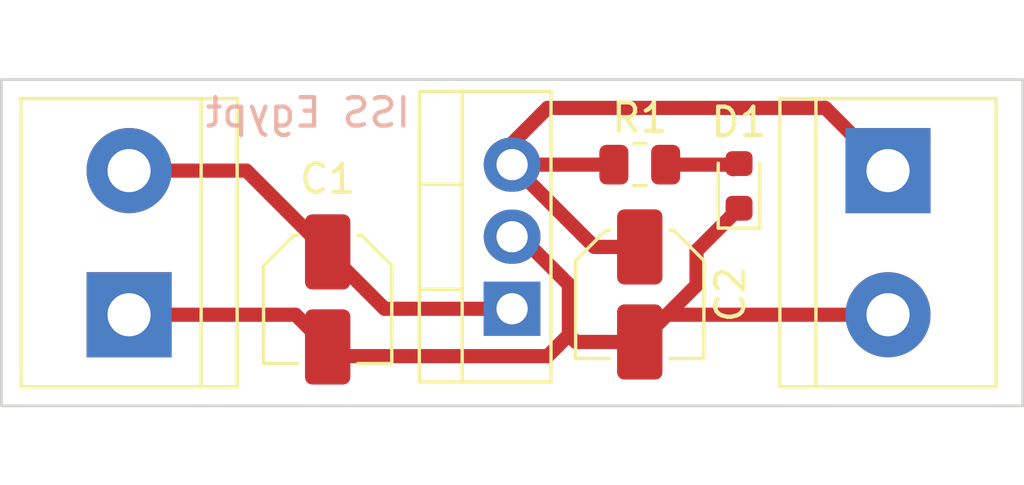
<source format=kicad_pcb>
(kicad_pcb (version 20221018) (generator pcbnew)
  (layers (0 "F.Cu" signal) (31 "B.Cu" signal) (34 "B.Paste" user) (35 "F.Paste" user) (36 "B.SilkS" user "B.Silkscreen") (37 "F.SilkS" user "F.Silkscreen") (38 "B.Mask" user) (39 "F.Mask" user) (44 "Edge.Cuts" user))
  (net 0 "")
  (net 1 "VCC")
  (net 2 "GND")
  (net 3 "+5V")
  (net 4 "Net-(D1-A)")
  (footprint "Capacitor_SMD:C_Elec_4x5.4" (layer "F.Cu") (at 143.75 104.325 -90)
    (fp_text reference "C2" (at 0 -3.2 90) (layer "F.SilkS"))
    (fp_text value "0.33uF")
    (fp_line (start -2.26 -1.195563) (end -2.26 -1.06) (stroke (width 0.12)) (layer "F.SilkS"))
    (fp_line (start -2.26 -1.195563) (end -1.195563 -2.26) (stroke (width 0.12)) (layer "F.SilkS"))
    (fp_line (start -2.26 1.195563) (end -2.26 1.06) (stroke (width 0.12)) (layer "F.SilkS"))
    (fp_line (start -2.26 1.195563) (end -1.195563 2.26) (stroke (width 0.12)) (layer "F.SilkS"))
    (fp_line (start -1.195563 -2.26) (end 2.26 -2.26) (stroke (width 0.12)) (layer "F.SilkS"))
    (fp_line (start -1.195563 2.26) (end 2.26 2.26) (stroke (width 0.12)) (layer "F.SilkS"))
    (fp_line (start 2.26 -2.26) (end 2.26 -1.06) (stroke (width 0.12)) (layer "F.SilkS"))
    (fp_line (start 2.26 2.26) (end 2.26 1.06) (stroke (width 0.12)) (layer "F.SilkS"))
    (pad "1" smd roundrect (at -1.675 0 270) (size 2.65 1.6) (layers "F.Cu" "F.Paste" "F.Mask") (roundrect_rratio 0.15625) (net 3 "+5V"))
    (pad "2" smd roundrect (at 1.675 0 270) (size 2.65 1.6) (layers "F.Cu" "F.Paste" "F.Mask") (roundrect_rratio 0.15625) (net 2 "GND"))
  )
  (footprint "TerminalBlock:TerminalBlock_bornier-2_P5.08mm" (layer "F.Cu") (at 152.5 99.96 -90)
    (fp_text reference "J2")
    (fp_text value "Screw_Terminal_01x02")
    (fp_line (start -2.54 -3.81) (end -2.54 3.81) (stroke (width 0.12)) (layer "F.SilkS"))
    (fp_line (start -2.54 3.81) (end 7.62 3.81) (stroke (width 0.12)) (layer "F.SilkS"))
    (fp_line (start 7.62 -3.81) (end -2.54 -3.81) (stroke (width 0.12)) (layer "F.SilkS"))
    (fp_line (start 7.62 2.54) (end -2.54 2.54) (stroke (width 0.12)) (layer "F.SilkS"))
    (fp_line (start 7.62 3.81) (end 7.62 -3.81) (stroke (width 0.12)) (layer "F.SilkS"))
    (pad "1" thru_hole rect (at 0 0 270) (size 3 3) (drill 1.52) (layers "*.Cu" "*.Mask") (net 3 "+5V"))
    (pad "2" thru_hole circle (at 5.08 0 270) (size 3 3) (drill 1.52) (layers "*.Cu" "*.Mask") (net 2 "GND"))
  )
  (footprint "TerminalBlock:TerminalBlock_bornier-2_P5.08mm" (layer "F.Cu") (at 125.75 105.04 90)
    (fp_text reference "J1")
    (fp_text value "Screw_Terminal_01x02")
    (fp_line (start -2.54 -3.81) (end -2.54 3.81) (stroke (width 0.12)) (layer "F.SilkS"))
    (fp_line (start -2.54 3.81) (end 7.62 3.81) (stroke (width 0.12)) (layer "F.SilkS"))
    (fp_line (start 7.62 -3.81) (end -2.54 -3.81) (stroke (width 0.12)) (layer "F.SilkS"))
    (fp_line (start 7.62 2.54) (end -2.54 2.54) (stroke (width 0.12)) (layer "F.SilkS"))
    (fp_line (start 7.62 3.81) (end 7.62 -3.81) (stroke (width 0.12)) (layer "F.SilkS"))
    (pad "1" thru_hole rect (at 0 0 90) (size 3 3) (drill 1.52) (layers "*.Cu" "*.Mask") (net 2 "GND"))
    (pad "2" thru_hole circle (at 5.08 0 90) (size 3 3) (drill 1.52) (layers "*.Cu" "*.Mask") (net 1 "VCC"))
  )
  (footprint "Resistor_SMD:R_0805_2012Metric" (layer "F.Cu") (at 143.75 99.75)
    (fp_text reference "R1" (at 0 -1.65) (layer "F.SilkS"))
    (fp_text value "330")
    (fp_line (start -0.227064 -0.735) (end 0.227064 -0.735) (stroke (width 0.12)) (layer "F.SilkS"))
    (fp_line (start -0.227064 0.735) (end 0.227064 0.735) (stroke (width 0.12)) (layer "F.SilkS"))
    (pad "1" smd roundrect (at -0.9125 0) (size 1.025 1.4) (layers "F.Cu" "F.Paste" "F.Mask") (roundrect_rratio 0.243902) (net 3 "+5V"))
    (pad "2" smd roundrect (at 0.9125 0) (size 1.025 1.4) (layers "F.Cu" "F.Paste" "F.Mask") (roundrect_rratio 0.243902) (net 4 "Net-(D1-A)"))
  )
  (footprint "Package_TO_SOT_THT:TO-220-3_Vertical" (layer "F.Cu") (at 139.25 104.83 90)
    (fp_text reference "U1")
    (fp_text value "LM7805_TO220")
    (fp_line (start -2.58 -3.27) (end -2.58 1.371) (stroke (width 0.12)) (layer "F.SilkS"))
    (fp_line (start -2.58 -3.27) (end 7.66 -3.27) (stroke (width 0.12)) (layer "F.SilkS"))
    (fp_line (start -2.58 -1.76) (end 7.66 -1.76) (stroke (width 0.12)) (layer "F.SilkS"))
    (fp_line (start -2.58 1.371) (end 7.66 1.371) (stroke (width 0.12)) (layer "F.SilkS"))
    (fp_line (start 0.69 -3.27) (end 0.69 -1.76) (stroke (width 0.12)) (layer "F.SilkS"))
    (fp_line (start 4.391 -3.27) (end 4.391 -1.76) (stroke (width 0.12)) (layer "F.SilkS"))
    (fp_line (start 7.66 -3.27) (end 7.66 1.371) (stroke (width 0.12)) (layer "F.SilkS"))
    (pad "1" thru_hole rect (at 0 0 90) (size 1.905 2) (drill 1.1) (layers "*.Cu" "*.Mask") (net 1 "VCC"))
    (pad "2" thru_hole oval (at 2.54 0 90) (size 1.905 2) (drill 1.1) (layers "*.Cu" "*.Mask") (net 2 "GND"))
    (pad "3" thru_hole oval (at 5.08 0 90) (size 1.905 2) (drill 1.1) (layers "*.Cu" "*.Mask") (net 3 "+5V"))
  )
  (footprint "LED_SMD:LED_0603_1608Metric" (layer "F.Cu") (at 147.25 100.5 90)
    (fp_text reference "D1" (at 2.25 0 180) (layer "F.SilkS"))
    (fp_text value "LED")
    (fp_line (start -1.485 -0.735) (end -1.485 0.735) (stroke (width 0.12)) (layer "F.SilkS"))
    (fp_line (start -1.485 0.735) (end 0.8 0.735) (stroke (width 0.12)) (layer "F.SilkS"))
    (fp_line (start 0.8 -0.735) (end -1.485 -0.735) (stroke (width 0.12)) (layer "F.SilkS"))
    (pad "1" smd roundrect (at -0.7875 0 90) (size 0.875 0.95) (layers "F.Cu" "F.Paste" "F.Mask") (net 2 "GND"))
    (pad "2" smd roundrect (at 0.7875 0 90) (size 0.875 0.95) (layers "F.Cu" "F.Paste" "F.Mask") (net 4 "Net-(D1-A)"))
  )
  (footprint "Capacitor_SMD:C_Elec_4x5.4" (layer "F.Cu") (at 132.75 104.5 -90)
    (fp_text reference "C1" (at -4.25 0 -180) (layer "F.SilkS"))
    (fp_text value "0.33uF")
    (fp_line (start -2.26 -1.195563) (end -2.26 -1.06) (stroke (width 0.12)) (layer "F.SilkS"))
    (fp_line (start -2.26 -1.195563) (end -1.195563 -2.26) (stroke (width 0.12)) (layer "F.SilkS"))
    (fp_line (start -2.26 1.195563) (end -2.26 1.06) (stroke (width 0.12)) (layer "F.SilkS"))
    (fp_line (start -2.26 1.195563) (end -1.195563 2.26) (stroke (width 0.12)) (layer "F.SilkS"))
    (fp_line (start -1.195563 -2.26) (end 2.26 -2.26) (stroke (width 0.12)) (layer "F.SilkS"))
    (fp_line (start -1.195563 2.26) (end 2.26 2.26) (stroke (width 0.12)) (layer "F.SilkS"))
    (fp_line (start 2.26 -2.26) (end 2.26 -1.06) (stroke (width 0.12)) (layer "F.SilkS"))
    (fp_line (start 2.26 2.26) (end 2.26 1.06) (stroke (width 0.12)) (layer "F.SilkS"))
    (pad "1" smd roundrect (at -1.675 0 270) (size 2.65 1.6) (layers "F.Cu" "F.Paste" "F.Mask") (roundrect_rratio 0.15625) (net 1 "VCC"))
    (pad "2" smd roundrect (at 1.675 0 270) (size 2.65 1.6) (layers "F.Cu" "F.Paste" "F.Mask") (roundrect_rratio 0.15625) (net 2 "GND"))
  )
  (gr_line (start 121.25 108.25) (end 157.25 108.25) (stroke (width 0.1)) (layer "Edge.Cuts"))
  (gr_line (start 121.25 96.75) (end 121.25 108.25) (stroke (width 0.1)) (layer "Edge.Cuts"))
  (gr_line (start 157.25 96.75) (end 121.25 96.75) (stroke (width 0.1)) (layer "Edge.Cuts"))
  (gr_line (start 157.25 108.25) (end 157.25 96.75) (stroke (width 0.1)) (layer "Edge.Cuts"))
  (gr_text "ISS Egypt" (at 135.75 98.5) (layer "B.SilkS") (effects (font (size 1 1)) (justify left bottom mirror)))
  (segment (start 125.75 99.96) (end 129.885 99.96) (width 0.5) (layer "F.Cu") (net 1))
  (segment (start 132.75 102.825) (end 134.755 104.83) (width 0.5) (layer "F.Cu") (net 1))
  (segment (start 129.885 99.96) (end 132.75 102.825) (width 0.5) (layer "F.Cu") (net 1))
  (segment (start 134.755 104.83) (end 139.25 104.83) (width 0.5) (layer "F.Cu") (net 1))
  (segment (start 143.75 106) (end 144.71 105.04) (width 0.5) (layer "F.Cu") (net 2))
  (segment (start 140.5 106.5) (end 141.25 105.75) (width 0.5) (layer "F.Cu") (net 2))
  (segment (start 145.75 102.7875) (end 147.25 101.2875) (width 0.5) (layer "F.Cu") (net 2))
  (segment (start 125.75 105.04) (end 131.615 105.04) (width 0.5) (layer "F.Cu") (net 2))
  (segment (start 144.71 105.04) (end 152.5 105.04) (width 0.5) (layer "F.Cu") (net 2))
  (segment (start 141.25 103.9775) (end 139.5625 102.29) (width 0.5) (layer "F.Cu") (net 2))
  (segment (start 143.75 106) (end 145.75 104) (width 0.5) (layer "F.Cu") (net 2))
  (segment (start 139.5625 102.29) (end 139.25 102.29) (width 0.5) (layer "F.Cu") (net 2))
  (segment (start 145.75 104) (end 145.75 102.7875) (width 0.5) (layer "F.Cu") (net 2))
  (segment (start 141.25 105.75) (end 141.25 103.9775) (width 0.5) (layer "F.Cu") (net 2))
  (segment (start 132.75 106.175) (end 133.075 106.5) (width 0.5) (layer "F.Cu") (net 2))
  (segment (start 131.615 105.04) (end 132.75 106.175) (width 0.5) (layer "F.Cu") (net 2))
  (segment (start 133.075 106.5) (end 140.5 106.5) (width 0.5) (layer "F.Cu") (net 2))
  (segment (start 143.75 106) (end 141.5 106) (width 0.5) (layer "F.Cu") (net 2))
  (segment (start 141.5 106) (end 141.25 105.75) (width 0.5) (layer "F.Cu") (net 2))
  (segment (start 150.29 97.75) (end 152.5 99.96) (width 0.5) (layer "F.Cu") (net 3))
  (segment (start 143.75 102.65) (end 142.15 102.65) (width 0.5) (layer "F.Cu") (net 3))
  (segment (start 140.5 97.75) (end 150.29 97.75) (width 0.5) (layer "F.Cu") (net 3))
  (segment (start 139.25 99.75) (end 142.8375 99.75) (width 0.5) (layer "F.Cu") (net 3))
  (segment (start 139.25 99) (end 140.5 97.75) (width 0.5) (layer "F.Cu") (net 3))
  (segment (start 142.15 102.65) (end 139.25 99.75) (width 0.5) (layer "F.Cu") (net 3))
  (segment (start 139.25 99.75) (end 139.25 99) (width 0.5) (layer "F.Cu") (net 3))
  (segment (start 147.05 99.9125) (end 147.25 99.7125) (width 0.5) (layer "F.Cu") (net 4))
  (segment (start 147.2125 99.75) (end 147.25 99.7125) (width 0.5) (layer "F.Cu") (net 4))
  (segment (start 144.6625 99.75) (end 147.2125 99.75) (width 0.5) (layer "F.Cu") (net 4))
)
</source>
